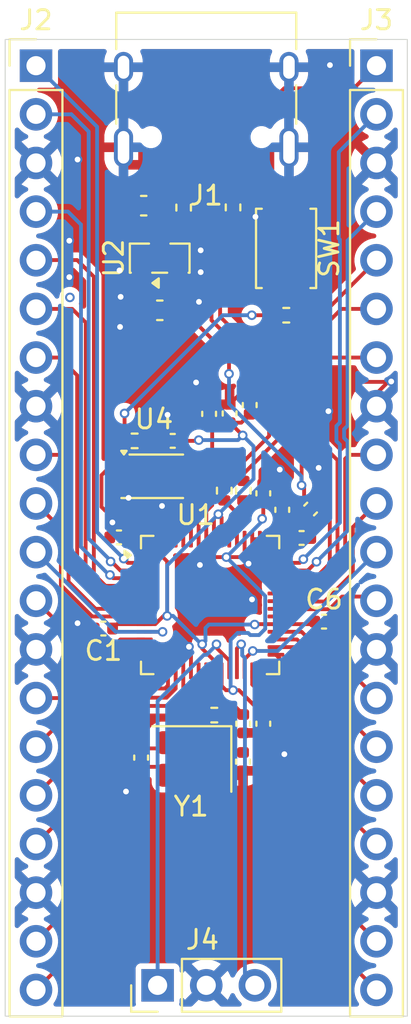
<source format=kicad_pcb>
(kicad_pcb (version 20241229) (generator "pcbnew") (generator_version "9.0")
  (layers (0 "F.Cu" signal) (2 "B.Cu" signal) (13 "F.Paste" user) (15 "B.Paste" user) (5 "F.SilkS" user "F.Silkscreen") (7 "B.SilkS" user "B.Silkscreen") (1 "F.Mask" user) (3 "B.Mask" user) (25 "Edge.Cuts" user))
  (net 0 "")
  (net 1 "+3V3")
  (net 2 "GND")
  (net 3 "+1V1")
  (net 4 "VBUS")
  (net 5 "XIN")
  (net 6 "Net-(C16-Pad2)")
  (net 7 "USB_D-")
  (net 8 "USB_D+")
  (net 9 "Net-(J1-CC1)")
  (net 10 "Net-(J1-CC2)")
  (net 11 "GPIO4")
  (net 12 "GPIO14")
  (net 13 "GPIO1")
  (net 14 "GPIO11")
  (net 15 "GPIO10")
  (net 16 "GPIO0")
  (net 17 "GPIO15")
  (net 18 "GPIO2")
  (net 19 "GPIO6")
  (net 20 "GPIO7")
  (net 21 "GPIO3")
  (net 22 "GPIO5")
  (net 23 "GPIO12")
  (net 24 "GPIO13")
  (net 25 "GPIO9")
  (net 26 "GPIO8")
  (net 27 "GPIO18")
  (net 28 "GPIO19")
  (net 29 "GPIO26_ADC0")
  (net 30 "GPIO24")
  (net 31 "GPIO27_ADC1")
  (net 32 "RUN")
  (net 33 "GPIO23")
  (net 34 "GPIO17")
  (net 35 "GPIO21")
  (net 36 "GPIO28_ADC2")
  (net 37 "GPIO16")
  (net 38 "GPIO22")
  (net 39 "GPIO20")
  (net 40 "GPIO29_ADC3")
  (net 41 "SWD")
  (net 42 "SWCLK")
  (net 43 "Net-(U1-USB_DP)")
  (net 44 "Net-(U1-USB_DM)")
  (net 45 "XOUT")
  (net 46 "QSPI_SS")
  (net 47 "Net-(R6-Pad1)")
  (net 48 "QSPI_SD3")
  (net 49 "QSPI_SCLK")
  (net 50 "QSPI_SD1")
  (net 51 "QSPI_SD2")
  (net 53 "QSPI_SD0")
  (footprint "Connector_PinHeader_2.54mm:PinHeader_1x20_P2.54mm_Vertical" (layer "F.Cu") (at 303.73 56.42)
    (property "Reference" "J2")
    (property "Value" "Conn_01x20_Pin" (hide yes))
  )
  (footprint "Capacitor_SMD:C_0402_1005Metric" (layer "F.Cu") (at 318.070589 79.569411 45)
    (property "Reference" "C9" (hide yes))
    (property "Value" "0.1uF" (hide yes))
  )
  (footprint "Capacitor_SMD:C_0402_1005Metric" (layer "F.Cu") (at 315.6 78.75 90)
    (property "Reference" "C11" (hide yes))
    (property "Value" "0.1uF" (hide yes))
  )
  (footprint "Capacitor_SMD:C_0402_1005Metric" (layer "F.Cu") (at 318.77 85.45)
    (property "Reference" "C6")
    (property "Value" "0.1uF" (hide yes))
  )
  (footprint "Capacitor_SMD:C_0402_1005Metric" (layer "F.Cu") (at 308.0625 81.05 180)
    (property "Reference" "C4" (hide yes))
    (property "Value" "0.1uF" (hide yes))
  )
  (footprint "Package_SON:Winbond_USON-8-1EP_3x2mm_P0.5mm_EP0.2x1.6mm" (layer "F.Cu") (at 309.8 77.86)
    (property "Reference" "U4")
    (property "Value" "W25Q16JVZPIQ TR" (hide yes))
  )
  (footprint "Capacitor_SMD:C_0402_1005Metric" (layer "F.Cu") (at 316.59 79.61 90)
    (property "Reference" "C8" (hide yes))
    (property "Value" "0.1uF" (hide yes))
  )
  (footprint "Capacitor_SMD:C_0402_1005Metric" (layer "F.Cu") (at 307.25 85.81 180)
    (property "Reference" "C1")
    (property "Value" "1uF" (hide yes))
  )
  (footprint "Capacitor_SMD:C_0402_1005Metric" (layer "F.Cu") (at 313.84 74.58 90)
    (property "Reference" "C7" (hide yes))
    (property "Value" "0.1uF" (hide yes))
  )
  (footprint "Capacitor_SMD:C_0402_1005Metric" (layer "F.Cu") (at 314.54 92.76 90)
    (property "Reference" "C16" (hide yes))
    (property "Value" "33pF" (hide yes))
  )
  (footprint "Capacitor_SMD:C_0402_1005Metric" (layer "F.Cu") (at 312.77 74.6 90)
    (property "Reference" "C12" (hide yes))
    (property "Value" "0.1uF" (hide yes))
  )
  (footprint "Resistor_SMD:R_0402_1005Metric" (layer "F.Cu") (at 313.04 90.33 180)
    (property "Reference" "R5" (hide yes))
    (property "Value" "1K" (hide yes))
  )
  (footprint "Crystal:Crystal_SMD_3225-4Pin_3.2x2.5mm" (layer "F.Cu") (at 311.87 92.62 180)
    (property "Reference" "Y1")
    (property "Value" "12MHz" (hide yes))
  )
  (footprint "Capacitor_SMD:C_0603_1608Metric" (layer "F.Cu") (at 309.355 63.73 180)
    (property "Reference" "C13" (hide yes))
    (property "Value" "10uF" (hide yes))
  )
  (footprint "Capacitor_SMD:C_0402_1005Metric" (layer "F.Cu") (at 315.6 90.78 -90)
    (property "Reference" "C10" (hide yes))
    (property "Value" "1uF" (hide yes))
  )
  (footprint "Capacitor_SMD:C_0402_1005Metric" (layer "F.Cu") (at 310.87 76.01 180)
    (property "Reference" "C17" (hide yes))
    (property "Value" "0.1uF" (hide yes))
  )
  (footprint "Capacitor_SMD:C_0603_1608Metric" (layer "F.Cu") (at 310.195 69.1925 180)
    (property "Reference" "C14" (hide yes))
    (property "Value" "10uF" (hide yes))
  )
  (footprint "Button_Switch_SMD:SW_Push_SPST_NO_Alps_SKRK" (layer "F.Cu") (at 316.79 65.96 -90)
    (property "Reference" "SW1")
    (property "Value" "SW_Push" (hide yes))
  )
  (footprint "Package_DFN_QFN:QFN-56-1EP_7x7mm_P0.4mm_EP3.2x3.2mm" (layer "F.Cu") (at 312.8225 84.58)
    (property "Reference" "U1")
    (property "Value" "RP2040" (hide yes))
  )
  (footprint "Resistor_SMD:R_0402_1005Metric" (layer "F.Cu") (at 316.8 69.45 180)
    (property "Reference" "R6" (hide yes))
    (property "Value" "1K")
  )
  (footprint "Resistor_SMD:R_0402_1005Metric" (layer "F.Cu") (at 311.44 63.83 -90)
    (property "Reference" "R1" (hide yes))
    (property "Value" "5.1K" (hide yes))
  )
  (footprint "Resistor_SMD:R_0402_1005Metric" (layer "F.Cu") (at 314.56 78.61 -90)
    (property "Reference" "R4" (hide yes))
    (property "Value" "27" (hide yes))
  )
  (footprint "Capacitor_SMD:C_0402_1005Metric" (layer "F.Cu") (at 314.55 90.78 -90)
    (property "Reference" "C3" (hide yes))
    (property "Value" "0.1uF" (hide yes))
  )
  (footprint "Connector_USB:USB_C_Receptacle_HRO_TYPE-C-31-M-12" (layer "F.Cu") (at 312.62 57.55 180)
    (property "Reference" "J1")
    (property "Value" "USB_C_Receptacle_USB2.0_14P" (hide yes))
  )
  (footprint "Capacitor_SMD:C_0402_1005Metric" (layer "F.Cu") (at 314.89 74.14 90)
    (property "Reference" "C2" (hide yes))
    (property "Value" "0.1uF" (hide yes))
  )
  (footprint "Connector_PinHeader_2.54mm:PinHeader_1x20_P2.54mm_Vertical" (layer "F.Cu") (at 321.51 56.42)
    (property "Reference" "J3")
    (property "Value" "Conn_01x20_Pin" (hide yes))
  )
  (footprint "Resistor_SMD:R_0402_1005Metric" (layer "F.Cu") (at 314.02 63.82 -90)
    (property "Reference" "R2" (hide yes))
    (property "Value" "5.1K" (hide yes))
  )
  (footprint "Resistor_SMD:R_0402_1005Metric" (layer "F.Cu") (at 313.56 78.61 -90)
    (property "Reference" "R3" (hide yes))
    (property "Value" "27" (hide yes))
  )
  (footprint "Package_TO_SOT_SMD:SOT-23" (layer "F.Cu") (at 310.19 66.47 90)
    (property "Reference" "U2")
    (property "Value" "MCP1700x-330xxTT" (hide yes))
  )
  (footprint "Resistor_SMD:R_0402_1005Metric" (layer "F.Cu") (at 308.88 76.01 180)
    (property "Reference" "R7" (hide yes))
    (property "Value" "10K" (hide yes))
  )
  (footprint "Connector_PinHeader_2.54mm:PinHeader_1x03_P2.54mm_Vertical" (layer "F.Cu") (at 310.08 104.44 90)
    (property "Reference" "J4")
    (property "Value" "Conn_01x03_Pin" (hide yes))
  )
  (footprint "Capacitor_SMD:C_0402_1005Metric" (layer "F.Cu") (at 309.22 92.55 -90)
    (property "Reference" "C15" (hide yes))
    (property "Value" "33pF" (hide yes))
  )
  (footprint "Capacitor_SMD:C_0402_1005Metric" (layer "F.Cu") (at 317.6 81.08)
    (property "Reference" "C5" (hide yes))
    (property "Value" "0.1uF" (hide yes))
  )
  (gr_rect (start 302.12 55.05) (end 323.12 106.05) (stroke (width 0.05)) (fill no) (layer "Edge.Cuts"))
  (via (at 305.5 68.52) (size 0.5) (drill 0.3) (layers "F.Cu" "B.Cu") (net 0))
  (segment (start 311.35 76.01) (end 310.739 75.399) (width 0.2) (layer "F.Cu") (net 1))
  (segment (start 316.26 85.58) (end 315.17 85.58) (width 0.2) (layer "F.Cu") (net 1))
  (segment (start 313.0225 87.4725) (end 313.0225 88.0175) (width 0.2) (layer "F.Cu") (net 1))
  (segment (start 308.5425 81.1375) (end 309.385 81.98) (width 0.2) (layer "F.Cu") (net 1))
  (segment (start 318.16 85.58) (end 318.29 85.45) (width 0.2) (layer "F.Cu") (net 1))
  (segment (start 312.931 88.989) (end 312.931 89.56) (width 0.2) (layer "F.Cu") (net 1))
  (segment (start 313.0225 88.8975) (end 312.931 88.989) (width 0.2) (layer "F.Cu") (net 1))
  (segment (start 312.931 89.56) (end 313.08 89.709) (width 0.2) (layer "F.Cu") (net 1))
  (segment (start 311.42 69.1925) (end 313.84375 71.61625) (width 0.2) (layer "F.Cu") (net 1))
  (segment (start 313.959 89.709) (end 314.55 90.3) (width 0.2) (layer "F.Cu") (net 1))
  (segment (start 310.58 85.15) (end 310.390768 85.15) (width 0.2) (layer "F.Cu") (net 1))
  (segment (start 310.97 69.1925) (end 311.42 69.1925) (width 0.2) (layer "F.Cu") (net 1))
  (segment (start 313.0225 81.1425) (end 313.0225 80.0675) (width 0.2) (layer "F.Cu") (net 1))
  (segment (start 316.26 81.98) (end 316.26 81.94) (width 0.2) (layer "F.Cu") (net 1))
  (segment (start 317.12 81.08) (end 317.12 80.52) (width 0.2) (layer "F.Cu") (net 1))
  (segment (start 309.385 85.58) (end 307.96 85.58) (width 0.2) (layer "F.Cu") (net 1))
  (segment (start 316.26 81.94) (end 317.12 81.08) (width 0.2) (layer "F.Cu") (net 1))
  (segment (start 317.731178 79.908822) (end 316.771178 79.908822) (width 0.2) (layer "F.Cu") (net 1))
  (segment (start 316.26 85.58) (end 318.16 85.58) (width 0.2) (layer "F.Cu") (net 1))
  (segment (start 315.17 85.58) (end 315.15 85.6) (width 0.2) (layer "F.Cu") (net 1))
  (segment (start 321.51 66.58) (end 317.6 70.49) (width 0.2) (layer "F.Cu") (net 1))
  (segment (start 311.225 77.11) (end 311.225 76.135) (width 0.2) (layer "F.Cu") (net 1))
  (segment (start 312.407824 86.630002) (end 312.407824 86.857824) (width 0.2) (layer "F.Cu") (net 1))
  (segment (start 310.001 75.399) (end 309.39 76.01) (width 0.2) (layer "F.Cu") (net 1))
  (segment (start 309.960768 85.58) (end 309.385 85.58) (width 0.2) (layer "F.Cu") (net 1))
  (segment (start 313.81 71.65) (end 313.81 72.51) (width 0.2) (layer "F.Cu") (net 1))
  (segment (start 313.08 89.709) (end 313.959 89.709) (width 0.2) (layer "F.Cu") (net 1))
  (segment (start 313.0225 88.0175) (end 313.0225 88.8975) (width 0.2) (layer "F.Cu") (net 1))
  (segment (start 311.14 67.4075) (end 311.14 69.0225) (width 0.2) (layer "F.Cu") (net 1))
  (segment (start 310.58 82.31) (end 310.58 85.15) (width 0.2) (layer "F.Cu") (net 1))
  (segment (start 317.731178 78.461178) (end 317.6 78.33) (width 0.2) (layer "F.Cu") (net 1))
  (segment (start 313.84375 71.61625) (end 315.5 73.2725) (width 0.2) (layer "F.Cu") (net 1))
  (segment (start 313.84375 71.61625) (end 313.81 71.65) (width 0.2) (layer "F.Cu") (net 1))
  (segment (start 317.731178 79.908822) (end 317.731178 78.461178) (width 0.2) (layer "F.Cu") (net 1))
  (segment (start 316.475 80.09) (end 315.4225 81.1425) (width 0.2) (layer "F.Cu") (net 1))
  (segment (start 314.45 75.06) (end 314.89 74.62) (width 0.2) (layer "F.Cu") (net 1))
  (segment (start 315.5 74.01) (end 314.89 74.62) (width 0.2) (layer "F.Cu") (net 1))
  (segment (start 310.25 81.98) (end 310.58 82.31) (width 0.2) (layer "F.Cu") (net 1))
  (segment (start 312.407824 86.857824) (end 313.0225 87.4725) (width 0.2) (layer "F.Cu") (net 1))
  (segment (start 316.59 80.09) (end 316.475 80.09) (width 0.2) (layer "F.Cu") (net 1))
  (segment (start 317.12 80.52) (end 317.731178 79.908822) (width 0.2) (layer "F.Cu") (net 1))
  (segment (start 311.14 69.0225) (end 310.97 69.1925) (width 0.2) (layer "F.Cu") (net 1))
  (segment (start 313.4225 80.0125) (end 313.25 79.84) (width 0.2) (layer "F.Cu") (net 1))
  (segment (start 315.4225 81.1425) (end 315.0225 81.1425) (width 0.2) (layer "F.Cu") (net 1))
  (segment (start 313.86 75.06) (end 313.84 75.06) (width 0.2) (layer "F.Cu") (net 1))
  (segment (start 312.19 76.01) (end 312.23 75.97) (width 0.2) (layer "F.Cu") (net 1))
  (segment (start 313.0225 80.0675) (end 313.25 79.84) (width 0.2) (layer "F.Cu") (net 1))
  (segment (start 311.35 76.01) (end 312.19 76.01) (width 0.2) (layer "F.Cu") (net 1))
  (segment (start 308.5425 81.05) (end 308.5425 81.1375) (width 0.2) (layer "F.Cu") (net 1))
  (segment (start 313.84 75.06) (end 314.45 75.06) (width 0.2) (layer "F.Cu") (net 1))
  (segment (start 314.525 75.725) (end 313.86 75.06) (width 0.2) (layer "F.Cu") (net 1))
  (segment (start 317.6 70.49) (end 317.6 78.33) (width 0.2) (layer "F.Cu") (net 1))
  (segment (start 310.739 75.399) (end 310.001 75.399) (width 0.2) (layer "F.Cu") (net 1))
  (segment (start 311.225 76.135) (end 311.35 76.01) (width 0.2) (layer "F.Cu") (net 1))
  (segment (start 310.390768 85.15) (end 309.960768 85.58) (width 0.2) (layer "F.Cu") (net 1))
  (segment (start 307.96 85.58) (end 307.73 85.81) (width 0.2) (layer "F.Cu") (net 1))
  (segment (start 309.385 81.98) (end 310.25 81.98) (width 0.2) (layer "F.Cu") (net 1))
  (segment (start 315.5 73.2725) (end 315.5 74.01) (width 0.2) (layer "F.Cu") (net 1))
  (segment (start 313.4225 81.1425) (end 313.4225 80.0125) (width 0.2) (layer "F.Cu") (net 1))
  (segment (start 316.771178 79.908822) (end 316.59 80.09) (width 0.2) (layer "F.Cu") (net 1))
  (via (at 314.525 75.725) (size 0.5) (drill 0.3) (layers "F.Cu" "B.Cu") (net 1))
  (via (at 312.407824 86.630002) (size 0.5) (drill 0.3) (layers "F.Cu" "B.Cu") (net 1))
  (via (at 310.58 85.15) (size 0.5) (drill 0.3) (layers "F.Cu" "B.Cu") (net 1))
  (via (at 317.6 78.33) (size 0.5) (drill 0.3) (layers "F.Cu" "B.Cu") (net 1))
  (via (at 315.15 85.6) (size 0.5) (drill 0.3) (layers "F.Cu" "B.Cu") (net 1))
  (via (at 312.23 75.97) (size 0.5) (drill 0.3) (layers "F.Cu" "B.Cu") (net 1))
  (via (at 313.81 72.51) (size 0.5) (drill 0.3) (layers "F.Cu" "B.Cu") (net 1))
  (via (at 313.25 79.84) (size 0.5) (drill 0.3) (layers "F.Cu" "B.Cu") (net 1))
  (segment (start 313.81 72.51) (end 313.81 74.08) (width 0.2) (layer "B.Cu") (net 1))
  (segment (start 314.28 75.97) (end 314.525 75.725) (width 0.2) (layer "B.Cu") (net 1))
  (segment (start 317.59 78.32) (end 317.6 78.33) (width 0.2) (layer "B.Cu") (net 1))
  (segment (start 312.369234 86.630002) (end 310.889232 85.15) (width 0.2) (layer "B.Cu") (net 1))
  (segment (start 313.25 79.84) (end 310.58 82.51) (width 0.2) (layer "B.Cu") (net 1))
  (segment (start 312.58 86.457826) (end 312.58 85.78) (width 0.2) (layer "B.Cu") (net 1))
  (segment (start 312.76 85.6) (end 315.15 85.6) (width 0.2) (layer "B.Cu") (net 1))
  (segment (start 312.58 85.78) (end 312.76 85.6) (width 0.2) (layer "B.Cu") (net 1))
  (segment (start 315.09 78) (end 313.25 79.84) (width 0.2) (layer "B.Cu") (net 1))
  (segment (start 313.81 74.08) (end 317.59 77.86) (width 0.2) (layer "B.Cu") (net 1))
  (segment (start 315.09 76.29) (end 315.09 78) (width 0.2) (layer "B.Cu") (net 1))
  (segment (start 317.59 77.86) (end 317.59 78.32) (width 0.2) (layer "B.Cu") (net 1))
  (segment (start 312.407824 86.630002) (end 312.369234 86.630002) (width 0.2) (layer "B.Cu") (net 1))
  (segment (start 310.889232 85.15) (end 310.58 85.15) (width 0.2) (layer "B.Cu") (net 1))
  (segment (start 312.407824 86.630002) (end 312.58 86.457826) (width 0.2) (layer "B.Cu") (net 1))
  (segment (start 310.58 82.51) (end 310.58 85.15) (width 0.2) (layer "B.Cu") (net 1))
  (segment (start 312.23 75.97) (end 314.28 75.97) (width 0.2) (layer "B.Cu") (net 1))
  (segment (start 314.525 75.725) (end 315.09 76.29) (width 0.2) (layer "B.Cu") (net 1))
  (segment (start 315.87 61.595) (end 315.87 62.94) (width 0.2) (layer "F.Cu") (net 2))
  (segment (start 314.31 93.47) (end 314.54 93.24) (width 0.2) (layer "F.Cu") (net 2))
  (segment (start 316.37 63.86) (end 316.79 63.86) (width 0.2) (layer "F.Cu") (net 2))
  (segment (start 310.47 92.07) (end 310.77 91.77) (width 0.2) (layer "F.Cu") (net 2))
  (segment (start 316.59 79.13) (end 316.59 77.64) (width 0.2) (layer "F.Cu") (net 2))
  (segment (start 312.77 74.12) (end 312.77 73.64) (width 0.2) (layer "F.Cu") (net 2))
  (segment (start 308.563166 78.986834) (end 308.563166 78.863166) (width 0.2) (layer "F.Cu") (net 2))
  (segment (start 310.39 79.33) (end 310.31 79.41) (width 0.2) (layer "F.Cu") (net 2))
  (segment (start 312.97 93.47) (end 314.31 93.47) (width 0.2) (layer "F.Cu") (net 2))
  (segment (start 318.41 77.5) (end 318.49 77.42) (width 0.2) (layer "F.Cu") (net 2))
  (segment (start 318.97 56.5) (end 319.08 56.39) (width 0.2) (layer "F.Cu") (net 2))
  (segment (start 322.28 72.91) (end 322.26 72.93) (width 0.2) (layer "F.Cu") (net 2))
  (segment (start 307.5825 81.05) (end 307.5825 80.405482) (width 0.2) (layer "F.Cu") (net 2))
  (segment (start 320.06 85.45) (end 321.51 86.9) (width 0.2) (layer "F.Cu") (net 2))
  (segment (start 315.19 64.31) (end 315.92 64.31) (width 0.2) (layer "F.Cu") (net 2))
  (segment (start 318.41 80.75) (end 318.41 79.23) (width 0.2) (layer "F.Cu") (net 2))
  (segment (start 312.77 73.64) (end 312.09 72.96) (width 0.2) (layer "F.Cu") (net 2))
  (segment (start 315.87 62.94) (end 316.79 63.86) (width 0.2) (layer "F.Cu") (net 2))
  (segment (start 319.25 85.45) (end 320.06 85.45) (width 0.2) (layer "F.Cu") (net 2))
  (segment (start 318.41 79.23) (end 318.41 77.5) (width 0.2) (layer "F.Cu") (net 2))
  (segment (start 309.22 92.07) (end 310.47 92.07) (width 0.2) (layer "F.Cu") (net 2))
  (segment (start 315.19 64.31) (end 314.04 64.31) (width 0.2) (layer "F.Cu") (net 2))
  (segment (start 319.2 74.46) (end 319 74.46) (width 0.2) (layer "F.Cu") (net 2))
  (segment (start 313.82 74.12) (end 313.84 74.1) (width 0.2) (layer "F.Cu") (net 2))
  (segment (start 315.6 91.26) (end 315.6 91.27) (width 0.2) (layer "F.Cu") (net 2))
  (segment (start 308.563166 78.863166) (end 308.375 78.675) (width 0.2) (layer "F.Cu") (net 2))
  (segment (start 311.44 65.17) (end 312.33 66.06) (width 0.2) (layer "F.Cu") (net 2))
  (segment (start 314.89 73.66) (end 314.28 73.66) (width 0.2) (layer "F.Cu") (net 2))
  (segment (start 320.73 72.93) (end 319.2 74.46) (width 0.2) (layer "F.Cu") (net 2))
  (segment (start 316.94 56.5) (end 318.97 56.5) (width 0.2) (layer "F.Cu") (net 2))
  (segment (start 314.55 91.26) (end 315.6 91.26) (width 0.2) (layer "F.Cu") (net 2))
  (segment (start 322.14 72.91) (end 321.51 73.54) (width 0.2) (layer "F.Cu") (net 2))
  (segment (start 311.44 64.34) (end 311.44 65.17) (width 0.2) (layer "F.Cu") (net 2))
  (segment (start 310.39 76.01) (end 310.39 79.33) (width 0.2) (layer "F.Cu") (net 2))
  (segment (start 314.28 73.66) (end 313.84 74.1) (width 0.2) (layer "F.Cu") (net 2))
  (segment (start 314.72 84.58) (end 315.01 84.29) (width 0.2) (layer "F.Cu") (net 2))
  (segment (start 316.59 77.64) (end 316.46 77.51) (width 0.2) (layer "F.Cu") (net 2))
  (segment (start 311.8225 86.8625) (end 311.72 86.76) (width 0.2) (layer "F.Cu") (net 2))
  (segment (start 312.77 74.12) (end 313.82 74.12) (width 0.2) (layer "F.Cu") (net 2))
  (segment (start 308.375 78.675) (end 308.375 78.61) (width 0.2) (layer "F.Cu") (net 2))
  (segment (start 312.8225 84.58) (end 314.72 84.58) (width 0.2) (layer "F.Cu") (net 2))
  (segment (start 321.51 73.54) (end 321.51 74.2) (width 0.2) (layer "F.Cu") (net 2))
  (segment (start 322.28 72.91) (end 322.14 72.91) (width 0.2) (layer "F.Cu") (net 2))
  (segment (start 318.08 81.08) (end 318.41 80.75) (width 0.2) (layer "F.Cu") (net 2))
  (segment (start 315.6 91.27) (end 316.7 92.37) (width 0.2) (layer "F.Cu") (net 2))
  (segment (start 306.77 85.81) (end 306.18 85.81) (width 0.2) (layer "F.Cu") (net 2))
  (segment (start 306.18 85.81) (end 305.9 85.53) (width 0.2) (layer "F.Cu") (net 2))
  (segment (start 311.8225 88.0175) (end 311.8225 86.8625) (width 0.2) (layer "F.Cu") (net 2))
  (segment (start 314.04 64.31) (end 314.02 64.33) (width 0.2) (layer "F.Cu") (net 2))
  (segment (start 315.92 64.31) (end 316.37 63.86) (width 0.2) (layer "F.Cu") (net 2))
  (segment (start 322.26 72.93) (end 320.73 72.93) (width 0.2) (layer "F.Cu") (net 2))
  (segment (start 307.5825 80.405482) (end 307.720082 80.2679) (width 0.2) (layer "F.Cu") (net 2))
  (via (at 311.72 86.76) (size 0.5) (drill 0.3) (layers "F.Cu" "B.Cu") (net 2))
  (via (at 305.47 65.56) (size 0.5) (drill 0.3) (layers "F.Cu" "B.Cu") (net 2))
  (via (at 305.47 67.46) (size 0.5) (drill 0.3) (layers "F.Cu" "B.Cu") (net 2))
  (via (at 308.15 68.49) (size 0.5) (drill 0.3) (layers "F.Cu" "B.Cu") (net 2))
  (via (at 319 74.46) (size 0.5) (drill 0.3) (layers "F.Cu" "B.Cu") (net 2))
  (via (at 308.43 94.32) (size 0.5) (drill 0.3) (layers "F.Cu" "B.Cu") (net 2))
  (via (at 315.19 64.31) (size 0.5) (drill 0.3) (layers "F.Cu" "B.Cu") (net 2))
  (via (at 305.9 61.32) (size 0.5) (drill 0.3) (layers "F.Cu" "B.Cu") (net 2))
  (via (at 312.33 67.2) (size 0.5) (drill 0.3) (layers "F.Cu" "B.Cu") (net 2))
  (via (at 310.31 79.41) (size 0.5) (drill 0.3) (layers "F.Cu" "B.Cu") (net 2))
  (via (at 322.28 72.91) (size 0.5) (drill 0.3) (layers "F.Cu" "B.Cu") (net 2))
  (via (at 312.24 68.75) (size 0.5) (drill 0.3) (layers "F.Cu" "B.Cu") (net 2))
  (via (at 312.29 82.49) (size 0.5) (drill 0.3) (layers "F.Cu" "B.Cu") (net 2))
  (via (at 312.33 66.06) (size 0.5) (drill 0.3) (layers "F.Cu" "B.Cu") (net 2))
  (via (at 318.49 77.42) (size 0.5) (drill 0.3) (layers "F.Cu" "B.Cu") (net 2))
  (via (at 312.09 72.96) (size 0.5) (drill 0.3) (layers "F.Cu" "B.Cu") (net 2))
  (via (at 319.08 56.39) (size 0.5) (drill 0.3) (layers "F.Cu" "B.Cu") (net 2))
  (via (at 316.7 92.37) (size 0.5) (drill 0.3) (layers "F.Cu" "B.Cu") (net 2))
  (via (at 316.46 77.51) (size 0.5) (drill 0.3) (layers "F.Cu" "B.Cu") (net 2))
  (via (at 314.83 82.42) (size 0.5) (drill 0.3) (layers "F.Cu" "B.Cu") (net 2))
  (via (at 305.9 85.53) (size 0.5) (drill 0.3) (layers "F.Cu" "B.Cu") (net 2))
  (via (at 310.6 74.65) (size 0.5) (drill 0.3) (layers "F.Cu" "B.Cu") (net 2))
  (via (at 307.720082 80.2679) (size 0.5) (drill 0.3) (layers "F.Cu" "B.Cu") (net 2))
  (via (at 315.01 84.29) (size 0.5) (drill 0.3) (layers "F.Cu" "B.Cu") (net 2))
  (via (at 308.09 67.11) (size 0.5) (drill 0.3) (layers "F.Cu" "B.Cu") (net 2))
  (via (at 308.12 70.06) (size 0.5) (drill 0.3) (layers "F.Cu" "B.Cu") (net 2))
  (via (at 308.563166 78.986834) (size 0.5) (drill 0.3) (layers "F.Cu" "B.Cu") (net 2))
  (segment (start 318.49 77.42) (end 318.95 76.96) (width 0.2) (layer "B.Cu") (net 2))
  (segment (start 318.95 76.96) (end 318.95 74.51) (width 0.2) (layer "B.Cu") (net 2))
  (segment (start 305.47 67.46) (end 305.47 65.56) (width 0.2) (layer "B.Cu") (net 2))
  (segment (start 318.95 74.51) (end 319 74.46) (width 0.2) (layer "B.Cu") (net 2))
  (segment (start 312.6225 79.6775) (end 312.931 79.369) (width 0.2) (layer "F.Cu") (net 3))
  (segment (start 312.6225 81.1425) (end 312.6225 81.8525) (width 0.2) (layer "F.Cu") (net 3))
  (segment (start 314.33 89.03) (end 315.6 90.3) (width 0.2) (layer "F.Cu") (net 3))
  (segment (start 313.67 82.08) (end 314.37 82.08) (width 0.2) (layer "F.Cu") (net 3))
  (segment (start 312.85 82.08) (end 313.67 82.08) (width 0.2) (layer "F.Cu") (net 3))
  (segment (start 312.931 75.241) (end 312.77 75.08) (width 0.2) (layer "F.Cu") (net 3))
  (segment (start 312.6225 81.8525) (end 312.85 82.08) (width 0.2) (layer "F.Cu") (net 3))
  (segment (start 313.65 89.03) (end 313.4225 88.8025) (width 0.2) (layer "F.Cu") (net 3))
  (segment (start 314.02 89.03) (end 314.33 89.03) (width 0.2) (layer "F.Cu") (net 3))
  (segment (start 312.931 79.369) (end 312.931 75.241) (width 0.2) (layer "F.Cu") (net 3))
  (segment (start 312.6225 81.1425) (end 312.6225 79.6775) (width 0.2) (layer "F.Cu") (net 3))
  (segment (start 314.37 82.08) (end 314.6225 81.8275) (width 0.2) (layer "F.Cu") (net 3))
  (segment (start 315.6 80.02) (end 315.54 80.08) (width 0.2) (layer "F.Cu") (net 3))
  (segment (start 313.4225 88.8025) (end 313.4225 88.0175) (width 0.2) (layer "F.Cu") (net 3))
  (segment (start 314.6225 81.8275) (end 314.6225 81.1425) (width 0.2) (layer "F.Cu") (net 3))
  (segment (start 315.6 79.23) (end 315.6 80.02) (width 0.2) (layer "F.Cu") (net 3))
  (segment (start 314.02 89.03) (end 313.65 89.03) (width 0.2) (layer "F.Cu") (net 3))
  (via (at 313.67 82.08) (size 0.5) (drill 0.3) (layers "F.Cu" "B.Cu") (net 3))
  (via (at 314.02 89.03) (size 0.5) (drill 0.3) (layers "F.Cu" "B.Cu") (net 3))
  (via (at 315.54 80.08) (size 0.5) (drill 0.3) (layers "F.Cu" "B.Cu") (net 3))
  (segment (start 315.54 80.21) (end 315.54 80.08) (width 0.2) (layer "B.Cu") (net 3))
  (segment (start 313.67 82.08) (end 315.54 80.21) (width 0.2) (layer "B.Cu") (net 3))
  (segment (start 313.893079 86.401252) (end 314.254331 86.04) (width 0.2) (layer "B.Cu") (net 3))
  (segment (start 313.893079 88.903079) (end 313.893079 86.401252) (width 0.2) (layer "B.Cu") (net 3))
  (segment (start 315.701 85.828232) (end 315.701 84.111) (width 0.2) (layer "B.Cu") (net 3))
  (segment (start 315.701 84.111) (end 313.67 82.08) (width 0.2) (layer "B.Cu") (net 3))
  (segment (start 314.810768 86.04) (end 314.921768 86.151) (width 0.2) (layer "B.Cu") (net 3))
  (segment (start 315.378232 86.151) (end 315.701 85.828232) (width 0.2) (layer "B.Cu") (net 3))
  (segment (start 314.254331 86.04) (end 314.810768 86.04) (width 0.2) (layer "B.Cu") (net 3))
  (segment (start 314.921768 86.151) (end 315.378232 86.151) (width 0.2) (layer "B.Cu") (net 3))
  (segment (start 314.02 89.03) (end 313.893079 88.903079) (width 0.2) (layer "B.Cu") (net 3))
  (segment (start 310.13 63.66) (end 310.17 63.62) (width 0.2) (layer "F.Cu") (net 4))
  (segment (start 321.51 56.42) (end 320.329 57.601) (width 0.2) (layer "F.Cu") (net 4))
  (segment (start 320.329 57.601) (end 316.689 57.601) (width 0.2) (layer "F.Cu") (net 4))
  (segment (start 310.19 65.5325) (end 310.19 63.79) (width 0.2) (layer "F.Cu") (net 4))
  (segment (start 314.834 61.359) (end 315.07 61.595) (width 0.2) (layer "F.Cu") (net 4))
  (segment (start 310.17 61.595) (end 310.17 60.67) (width 0.2) (layer "F.Cu") (net 4))
  (segment (start 310.17 60.67) (end 311 59.84) (width 0.2) (layer "F.Cu") (net 4))
  (segment (start 311 59.84) (end 314.45 59.84) (width 0.2) (layer "F.Cu") (net 4))
  (segment (start 314.834 60.224) (end 314.834 61.359) (width 0.2) (layer "F.Cu") (net 4))
  (segment (start 314.45 59.84) (end 314.834 60.224) (width 0.2) (layer "F.Cu") (net 4))
  (segment (start 310.13 63.73) (end 310.13 63.66) (width 0.2) (layer "F.Cu") (net 4))
  (segment (start 310.19 63.79) (end 310.13 63.73) (width 0.2) (layer "F.Cu") (net 4))
  (segment (start 310.17 63.62) (end 310.17 61.595) (width 0.2) (layer "F.Cu") (net 4))
  (segment (start 316.689 57.601) (end 314.45 59.84) (width 0.2) (layer "F.Cu") (net 4))
  (segment (start 309.22 93.03) (end 310.33 93.03) (width 0.2) (layer "F.Cu") (net 5))
  (segment (start 310.33 93.03) (end 310.77 93.47) (width 0.2) (layer "F.Cu") (net 5))
  (segment (start 311.959 88.816274) (end 312.2225 88.552774) (width 0.2) (layer "F.Cu") (net 5))
  (segment (start 312.2225 88.552774) (end 312.2225 88.0175) (width 0.2) (layer "F.Cu") (net 5))
  (segment (start 310.77 93.47) (end 311.959 92.281) (width 0.2) (layer "F.Cu") (net 5))
  (segment (start 311.959 92.281) (end 311.959 88.816274) (width 0.2) (layer "F.Cu") (net 5))
  (segment (start 312.97 90.91) (end 313.55 90.33) (width 0.2) (layer "F.Cu") (net 6))
  (segment (start 312.97 91.77) (end 312.97 90.91) (width 0.2) (layer "F.Cu") (net 6))
  (segment (start 313.48 92.28) (end 312.97 91.77) (width 0.2) (layer "F.Cu") (net 6))
  (segment (start 314.54 92.28) (end 313.48 92.28) (width 0.2) (layer "F.Cu") (net 6))
  (segment (start 313.345 69.526802) (end 315.328997 71.510799) (width 0.2) (layer "F.Cu") (net 7))
  (segment (start 316.355 75.941397) (end 314.56 77.736397) (width 0.2) (layer "F.Cu") (net 7))
  (segment (start 313.37 60.67) (end 313.37 61.595) (width 0.2) (layer "F.Cu") (net 7))
  (segment (start 313.345 62.707501) (end 313.345 65.595199) (width 0.2) (layer "F.Cu") (net 7))
  (segment (start 312.419 60.569) (end 313.269 60.569) (width 0.2) (layer "F.Cu") (net 7))
  (segment (start 313.37 61.595) (end 313.37 62.682501) (width 0.2) (layer "F.Cu") (net 7))
  (segment (start 313.269 60.569) (end 313.37 60.67) (width 0.2) (layer "F.Cu") (net 7))
  (segment (start 313.37 62.682501) (end 313.345 62.707501) (width 0.2) (layer "F.Cu") (net 7))
  (segment (start 312.37 60.618) (end 312.419 60.569) (width 0.2) (layer "F.Cu") (net 7))
  (segment (start 312.37 61.595) (end 312.37 60.618) (width 0.2) (layer "F.Cu") (net 7))
  (segment (start 313.345 66.421447) (end 313.345 66.795199) (width 0.2) (layer "F.Cu") (net 7))
  (segment (start 314.56 77.736397) (end 314.56 78.1) (width 0.2) (layer "F.Cu") (net 7))
  (segment (start 313.571248 65.821447) (end 313.571248 66.195199) (width 0.2) (layer "F.Cu") (net 7))
  (segment (start 315.328997 71.510799) (end 316.355 72.536802) (width 0.2) (layer "F.Cu") (net 7))
  (segment (start 316.355 72.536802) (end 316.355 75.941397) (width 0.2) (layer "F.Cu") (net 7))
  (segment (start 313.345 66.795199) (end 313.345 69.526802) (width 0.2) (layer "F.Cu") (net 7))
  (arc (start 313.345 65.595199) (mid 313.378133 65.67519) (end 313.458124 65.708323) (width 0.2) (layer "F.Cu") (net 7))
  (arc (start 313.571248 66.195199) (mid 313.538115 66.27519) (end 313.458124 66.308323) (width 0.2) (layer "F.Cu") (net 7))
  (arc (start 313.458124 66.308323) (mid 313.378133 66.341456) (end 313.345 66.421447) (width 0.2) (layer "F.Cu") (net 7))
  (arc (start 313.458124 65.708323) (mid 313.538115 65.741456) (end 313.571248 65.821447) (width 0.2) (layer "F.Cu") (net 7))
  (segment (start 312.87 62.572) (end 312.87 61.595) (width 0.2) (layer "F.Cu") (net 8))
  (segment (start 312.895 62.707501) (end 312.895 69.713198) (width 0.2) (layer "F.Cu") (net 8))
  (segment (start 311.87 61.595) (end 311.87 62.572) (width 0.2) (layer "F.Cu") (net 8))
  (segment (start 311.87 62.572) (end 311.919 62.621) (width 0.2) (layer "F.Cu") (net 8))
  (segment (start 315.905 72.723198) (end 315.905 75.755) (width 0.2) (layer "F.Cu") (net 8))
  (segment (start 312.895 69.713198) (end 315.905 72.723198) (width 0.2) (layer "F.Cu") (net 8))
  (segment (start 312.87 61.595) (end 312.87 62.682501) (width 0.2) (layer "F.Cu") (net 8))
  (segment (start 315.905 75.755) (end 313.56 78.1) (width 0.2) (layer "F.Cu") (net 8))
  (segment (start 312.87 62.682501) (end 312.895 62.707501) (width 0.2) (layer "F.Cu") (net 8))
  (segment (start 312.821 62.621) (end 312.87 62.572) (width 0.2) (layer "F.Cu") (net 8))
  (segment (start 311.919 62.621) (end 312.821 62.621) (width 0.2) (layer "F.Cu") (net 8))
  (segment (start 313.87 63.16) (end 313.87 61.595) (width 0.2) (layer "F.Cu") (net 9))
  (segment (start 314.02 63.31) (end 313.87 63.16) (width 0.2) (layer "F.Cu") (net 9))
  (segment (start 310.87 62.75) (end 310.87 61.595) (width 0.2) (layer "F.Cu") (net 10))
  (segment (start 311.44 63.32) (end 310.87 62.75) (width 0.2) (layer "F.Cu") (net 10))
  (segment (start 306.32 83.11) (end 306.32 77.05) (width 0.2) (layer "F.Cu") (net 11))
  (segment (start 306.32 77.05) (end 306.33 77.04) (width 0.2) (layer "F.Cu") (net 11))
  (segment (start 305.62 69.12) (end 303.73 69.12) (width 0.2) (layer "F.Cu") (net 11))
  (segment (start 306.33 77.04) (end 306.33 69.83) (width 0.2) (layer "F.Cu") (net 11))
  (segment (start 307.19 83.98) (end 306.32 83.11) (width 0.2) (layer "F.Cu") (net 11))
  (segment (start 309.385 83.98) (end 307.19 83.98) (width 0.2) (layer "F.Cu") (net 11))
  (segment (start 306.33 69.83) (end 305.62 69.12) (width 0.2) (layer "F.Cu") (net 11))
  (segment (start 310.55 89.42) (end 308.13 89.42) (width 0.2) (layer "F.Cu") (net 12))
  (segment (start 306.88455 98.98545) (end 303.73 102.14) (width 0.2) (layer "F.Cu") (net 12))
  (segment (start 311.0225 88.0175) (end 311.0225 88.9475) (width 0.2) (layer "F.Cu") (net 12))
  (segment (start 311.0225 88.9475) (end 310.55 89.42) (width 0.2) (layer "F.Cu") (net 12))
  (segment (start 306.88455 90.66545) (end 306.88455 98.98545) (width 0.2) (layer "F.Cu") (net 12))
  (segment (start 308.13 89.42) (end 306.88455 90.66545) (width 0.2) (layer "F.Cu") (net 12))
  (segment (start 308.14 82.78) (end 309.385 82.78) (width 0.2) (layer "F.Cu") (net 13))
  (segment (start 307.626689 82.311954) (end 307.671954 82.311954) (width 0.2) (layer "F.Cu") (net 13))
  (segment (start 307.671954 82.311954) (end 308.14 82.78) (width 0.2) (layer "F.Cu") (net 13))
  (via (at 307.626689 82.311954) (size 0.5) (drill 0.3) (layers "F.Cu" "B.Cu") (net 13))
  (segment (start 305.56 58.96) (end 303.73 58.96) (width 0.2) (layer "B.Cu") (net 13))
  (segment (start 305.57 58.95) (end 305.56 58.96) (width 0.2) (layer "B.Cu") (net 13))
  (segment (start 307.626689 82.266689) (end 306.48 81.12) (width 0.2) (layer "B.Cu") (net 13))
  (segment (start 306.48 81.12) (end 306.48 59.86) (width 0.2) (layer "B.Cu") (net 13))
  (segment (start 306.48 59.86) (end 305.57 58.95) (width 0.2) (layer "B.Cu") (net 13))
  (segment (start 307.626689 82.311954) (end 307.626689 82.266689) (width 0.2) (layer "B.Cu") (net 13))
  (segment (start 309.385 87.18) (end 308.53 87.18) (width 0.2) (layer "F.Cu") (net 14))
  (segment (start 308.53 87.18) (end 303.73 91.98) (width 0.2) (layer "F.Cu") (net 14))
  (segment (start 305.67 89.44) (end 303.73 89.44) (width 0.2) (layer "F.Cu") (net 15))
  (segment (start 309.385 86.78) (end 308.33 86.78) (width 0.2) (layer "F.Cu") (net 15))
  (segment (start 308.33 86.78) (end 305.67 89.44) (width 0.2) (layer "F.Cu") (net 15))
  (segment (start 308.53 82.38) (end 308.31 82.16) (width 0.2) (layer "F.Cu") (net 16))
  (segment (start 309.385 82.38) (end 308.53 82.38) (width 0.2) (layer "F.Cu") (net 16))
  (via (at 308.31 82.16) (size 0.5) (drill 0.3) (layers "F.Cu" "B.Cu") (net 16))
  (segment (start 306.92 59.61) (end 303.73 56.42) (width 0.2) (layer "B.Cu") (net 16))
  (segment (start 308.31 82.16) (end 306.92 80.77) (width 0.2) (layer "B.Cu") (net 16))
  (segment (start 306.92 80.77) (end 306.92 59.61) (width 0.2) (layer "B.Cu") (net 16))
  (segment (start 307.29855 101.11145) (end 303.73 104.68) (width 0.2) (layer "F.Cu") (net 17))
  (segment (start 311.4225 89.1275) (end 310.7 89.85) (width 0.2) (layer "F.Cu") (net 17))
  (segment (start 308.2671 89.85) (end 307.29855 90.81855) (width 0.2) (layer "F.Cu") (net 17))
  (segment (start 311.4225 88.0175) (end 311.4225 89.1275) (width 0.2) (layer "F.Cu") (net 17))
  (segment (start 310.7 89.85) (end 308.2671 89.85) (width 0.2) (layer "F.Cu") (net 17))
  (segment (start 307.29855 90.81855) (end 307.29855 101.11145) (width 0.2) (layer "F.Cu") (net 17))
  (segment (start 309.385 83.18) (end 307.762181 83.18) (width 0.2) (layer "F.Cu") (net 18))
  (segment (start 307.762181 83.18) (end 307.593341 83.01116) (width 0.2) (layer "F.Cu") (net 18))
  (via (at 307.593341 83.01116) (size 0.5) (drill 0.3) (layers "F.Cu" "B.Cu") (net 18))
  (segment (start 305.4 64.04) (end 303.73 64.04) (width 0.2) (layer "B.Cu") (net 18))
  (segment (start 306.07 64.71) (end 305.4 64.04) (width 0.2) (layer "B.Cu") (net 18))
  (segment (start 307.593341 83.01116) (end 307.546663 83.01116) (width 0.2) (layer "B.Cu") (net 18))
  (segment (start 306.079 64.71) (end 306.07 64.71) (width 0.2) (layer "B.Cu") (net 18))
  (segment (start 307.546663 83.01116) (end 306.079 81.543497) (width 0.2) (layer "B.Cu") (net 18))
  (segment (start 306.079 81.543497) (end 306.079 64.71) (width 0.2) (layer "B.Cu") (net 18))
  (segment (start 305.09 76.74) (end 303.73 76.74) (width 0.2) (layer "F.Cu") (net 19))
  (segment (start 309.385 84.78) (end 306.84 84.78) (width 0.2) (layer "F.Cu") (net 19))
  (segment (start 305.43 77.08) (end 305.09 76.74) (width 0.2) (layer "F.Cu") (net 19))
  (segment (start 305.43 83.37) (end 305.43 77.08) (width 0.2) (layer "F.Cu") (net 19))
  (segment (start 306.84 84.78) (end 305.43 83.37) (width 0.2) (layer "F.Cu") (net 19))
  (segment (start 305.029 80.579) (end 303.73 79.28) (width 0.2) (layer "F.Cu") (net 20))
  (segment (start 306.67 85.18) (end 305.029 83.539) (width 0.2) (layer "F.Cu") (net 20))
  (segment (start 309.385 85.18) (end 306.67 85.18) (width 0.2) (layer "F.Cu") (net 20))
  (segment (start 305.029 83.539) (end 305.029 80.579) (width 0.2) (layer "F.Cu") (net 20))
  (segment (start 305.88 66.57) (end 303.74 66.57) (width 0.2) (layer "F.Cu") (net 21))
  (segment (start 309.385 83.58) (end 307.36 83.58) (width 0.2) (layer "F.Cu") (net 21))
  (segment (start 306.75 67.44) (end 305.88 66.57) (width 0.2) (layer "F.Cu") (net 21))
  (segment (start 306.75 82.97) (end 306.75 67.44) (width 0.2) (layer "F.Cu") (net 21))
  (segment (start 303.74 66.57) (end 303.73 66.58) (width 0.2) (layer "F.Cu") (net 21))
  (segment (start 307.36 83.58) (end 306.75 82.97) (width 0.2) (layer "F.Cu") (net 21))
  (segment (start 307.02 84.38) (end 305.88 83.24) (width 0.2) (layer "F.Cu") (net 22))
  (segment (start 304.95 71.66) (end 303.73 71.66) (width 0.2) (layer "F.Cu") (net 22))
  (segment (start 305.88 83.24) (end 305.88 72.59) (width 0.2) (layer "F.Cu") (net 22))
  (segment (start 305.88 72.59) (end 304.95 71.66) (width 0.2) (layer "F.Cu") (net 22))
  (segment (start 309.385 84.38) (end 307.02 84.38) (width 0.2) (layer "F.Cu") (net 22))
  (segment (start 305.89 90.42) (end 305.89 92.36) (width 0.2) (layer "F.Cu") (net 23))
  (segment (start 305.89 92.36) (end 303.73 94.52) (width 0.2) (layer "F.Cu") (net 23))
  (segment (start 308.2925 88.0175) (end 305.89 90.42) (width 0.2) (layer "F.Cu") (net 23))
  (segment (start 310.2225 88.0175) (end 308.2925 88.0175) (width 0.2) (layer "F.Cu") (net 23))
  (segment (start 310.6225 88.7775) (end 310.46 88.94) (width 0.2) (layer "F.Cu") (net 24))
  (segment (start 307.9371 88.94) (end 306.48355 90.39355) (width 0.2) (layer "F.Cu") (net 24))
  (segment (start 310.6225 88.0175) (end 310.6225 88.7775) (width 0.2) (layer "F.Cu") (net 24))
  (segment (start 306.48355 90.39355) (end 306.48355 94.30645) (width 0.2) (layer "F.Cu") (net 24))
  (segment (start 310.46 88.94) (end 307.9371 88.94) (width 0.2) (layer "F.Cu") (net 24))
  (segment (start 306.48355 94.30645) (end 303.73 97.06) (width 0.2) (layer "F.Cu") (net 24))
  (segment (start 308.14 86.38) (end 307.57 86.95) (width 0.2) (layer "F.Cu") (net 25))
  (segment (start 306.32 86.95) (end 303.73 84.36) (width 0.2) (layer "F.Cu") (net 25))
  (segment (start 309.385 86.38) (end 308.14 86.38) (width 0.2) (layer "F.Cu") (net 25))
  (segment (start 307.57 86.95) (end 306.32 86.95) (width 0.2) (layer "F.Cu") (net 25))
  (segment (start 309.385 85.98) (end 310.34 85.98) (width 0.2) (layer "F.Cu") (net 26))
  (via (at 310.34 85.98) (size 0.5) (drill 0.3) (layers "F.Cu" "B.Cu") (net 26))
  (segment (start 310.34 85.98) (end 307.89 85.98) (width 0.2) (layer "B.Cu") (net 26))
  (segment (start 307.89 85.98) (end 303.73 81.82) (width 0.2) (layer "B.Cu") (net 26))
  (segment (start 316.26 87.18) (end 316.56 87.48) (width 0.2) (layer "F.Cu") (net 27))
  (segment (start 318.68 87.7) (end 318.68 94.23) (width 0.2) (layer "F.Cu") (net 27))
  (segment (start 318.68 94.23) (end 321.51 97.06) (width 0.2) (layer "F.Cu") (net 27))
  (segment (start 318.46 87.48) (end 318.68 87.7) (width 0.2) (layer "F.Cu") (net 27))
  (segment (start 316.56 87.48) (end 318.46 87.48) (width 0.2) (layer "F.Cu") (net 27))
  (segment (start 319.128 87.148) (end 319.128 92.138) (width 0.2) (layer "F.Cu") (net 28))
  (segment (start 319.03 87.05) (end 319.128 87.148) (width 0.2) (layer "F.Cu") (net 28))
  (segment (start 317.441 87.031) (end 319.03 87.031) (width 0.2) (layer "F.Cu") (net 28))
  (segment (start 319.03 87.031) (end 319.03 87.05) (width 0.2) (layer "F.Cu") (net 28))
  (segment (start 316.26 86.78) (end 317.19 86.78) (width 0.2) (layer "F.Cu") (net 28))
  (segment (start 317.19 86.78) (end 317.441 87.031) (width 0.2) (layer "F.Cu") (net 28))
  (segment (start 319.128 92.138) (end 321.51 94.52) (width 0.2) (layer "F.Cu") (net 28))
  (segment (start 319.473947 77.016847) (end 318.44 75.9829) (width 0.2) (layer "F.Cu") (net 29))
  (segment (start 319.473947 82.586053) (end 319.473947 77.016847) (width 0.2) (layer "F.Cu") (net 29))
  (segment (start 318.48 83.58) (end 319.473947 82.586053) (width 0.2) (layer "F.Cu") (net 29))
  (segment (start 318.44 72.18) (end 318.96 71.66) (width 0.2) (layer "F.Cu") (net 29))
  (segment (start 318.44 75.9829) (end 318.44 72.18) (width 0.2) (layer "F.Cu") (net 29))
  (segment (start 316.26 83.58) (end 318.48 83.58) (width 0.2) (layer "F.Cu") (net 29))
  (segment (start 318.96 71.66) (end 321.51 71.66) (width 0.2) (layer "F.Cu") (net 29))
  (segment (start 317.299 83.981) (end 318.6461 83.981) (width 0.2) (layer "F.Cu") (net 30))
  (segment (start 319.874947 76.945053) (end 320.08 76.74) (width 0.2) (layer "F.Cu") (net 30))
  (segment (start 318.6461 83.981) (end 319.874947 82.752153) (width 0.2) (layer "F.Cu") (net 30))
  (segment (start 319.874947 82.752153) (end 319.874947 76.945053) (width 0.2) (layer "F.Cu") (net 30))
  (segment (start 316.9 84.38) (end 317.299 83.981) (width 0.2) (layer "F.Cu") (net 30))
  (segment (start 316.26 84.38) (end 316.9 84.38) (width 0.2) (layer "F.Cu") (net 30))
  (segment (start 320.08 76.74) (end 321.51 76.74) (width 0.2) (layer "F.Cu") (net 30))
  (segment (start 316.26 83.18) (end 318.31 83.18) (width 0.2) (layer "F.Cu") (net 31))
  (segment (start 319.072947 82.417053) (end 319.072947 78.472947) (width 0.2) (layer "F.Cu") (net 31))
  (segment (start 318.31 83.18) (end 319.072947 82.417053) (width 0.2) (layer "F.Cu") (net 31))
  (segment (start 319.072947 78.472947) (end 319.07 78.47) (width 0.2) (layer "F.Cu") (net 31))
  (segment (start 318.001 70.799) (end 319.68 69.12) (width 0.2) (layer "F.Cu") (net 31))
  (segment (start 319.68 69.12) (end 321.51 69.12) (width 0.2) (layer "F.Cu") (net 31))
  (segment (start 318.001 76.111) (end 318.001 70.799) (width 0.2) (layer "F.Cu") (net 31))
  (segment (start 319.07 77.18) (end 318.001 76.111) (width 0.2) (layer "F.Cu") (net 31))
  (segment (start 319.07 78.47) (end 319.07 77.18) (width 0.2) (layer "F.Cu") (net 31))
  (segment (start 314.6225 87.4075) (end 315.05 86.98) (width 0.2) (layer "F.Cu") (net 32))
  (segment (start 314.6225 88.0175) (end 314.6225 87.4075) (width 0.2) (layer "F.Cu") (net 32))
  (via (at 315.05 86.98) (size 0.5) (drill 0.3) (layers "F.Cu" "B.Cu") (net 32))
  (segment (start 315.05 86.98) (end 316.35 86.98) (width 0.2) (layer "B.Cu") (net 32))
  (segment (start 316.35 86.98) (end 321.51 81.82) (width 0.2) (layer "B.Cu") (net 32))
  (segment (start 316.26 84.78) (end 317.08 84.78) (width 0.2) (layer "F.Cu") (net 33))
  (segment (start 317.08 84.78) (end 317.46 84.4) (width 0.2) (layer "F.Cu") (net 33))
  (segment (start 320.275947 80.514053) (end 321.51 79.28) (width 0.2) (layer "F.Cu") (net 33))
  (segment (start 318.7942 84.4) (end 320.275947 82.918253) (width 0.2) (layer "F.Cu") (net 33))
  (segment (start 320.275947 82.918253) (end 320.275947 80.514053) (width 0.2) (layer "F.Cu") (net 33))
  (segment (start 317.46 84.4) (end 318.7942 84.4) (width 0.2) (layer "F.Cu") (net 33))
  (segment (start 315.4225 88.0175) (end 317.8675 88.0175) (width 0.2) (layer "F.Cu") (net 34))
  (segment (start 317.8675 88.0175) (end 318.279 88.429) (width 0.2) (layer "F.Cu") (net 34))
  (segment (start 318.279 88.429) (end 318.279 98.909) (width 0.2) (layer "F.Cu") (net 34))
  (segment (start 318.279 98.909) (end 321.51 102.14) (width 0.2) (layer "F.Cu") (net 34))
  (segment (start 316.26 85.98) (end 317.6 85.98) (width 0.2) (layer "F.Cu") (net 35))
  (segment (start 319.93 87.86) (end 321.51 89.44) (width 0.2) (layer "F.Cu") (net 35))
  (segment (start 319.93 86.53) (end 319.93 87.86) (width 0.2) (layer "F.Cu") (net 35))
  (segment (start 317.79 86.17) (end 319.57 86.17) (width 0.2) (layer "F.Cu") (net 35))
  (segment (start 319.57 86.17) (end 319.93 86.53) (width 0.2) (layer "F.Cu") (net 35))
  (segment (start 317.6 85.98) (end 317.79 86.17) (width 0.2) (layer "F.Cu") (net 35))
  (segment (start 318.377046 82.324057) (end 318.375943 82.324057) (width 0.2) (layer "F.Cu") (net 36))
  (segment (start 318.375943 82.324057) (end 317.92 82.78) (width 0.2) (layer "F.Cu") (net 36))
  (segment (start 317.92 82.78) (end 316.26 82.78) (width 0.2) (layer "F.Cu") (net 36))
  (via (at 318.377046 82.324057) (size 0.5) (drill 0.3) (layers "F.Cu" "B.Cu") (net 36))
  (segment (start 320 65.55) (end 321.51 64.04) (width 0.2) (layer "B.Cu") (net 36))
  (segment (start 320 76.039232) (end 319.819 75.858232) (width 0.2) (layer "B.Cu") (net 36))
  (segment (start 319.819 75.401768) (end 320 75.220768) (width 0.2) (layer "B.Cu") (net 36))
  (segment (start 320 80.701103) (end 320 76.039232) (width 0.2) (layer "B.Cu") (net 36))
  (segment (start 318.377046 82.324057) (end 320 80.701103) (width 0.2) (layer "B.Cu") (net 36))
  (segment (start 319.819 75.858232) (end 319.819 75.401768) (width 0.2) (layer "B.Cu") (net 36))
  (segment (start 320 75.220768) (end 320 65.55) (width 0.2) (layer "B.Cu") (net 36))
  (segment (start 317.74 89) (end 317.878 89.138) (width 0.2) (layer "F.Cu") (net 37))
  (segment (start 315.29 89) (end 317.74 89) (width 0.2) (layer "F.Cu") (net 37))
  (segment (start 317.878 101.048) (end 321.51 104.68) (width 0.2) (layer "F.Cu") (net 37))
  (segment (start 317.878 89.138) (end 317.878 101.048) (width 0.2) (layer "F.Cu") (net 37))
  (segment (start 315.0225 88.0175) (end 315.0225 88.7325) (width 0.2) (layer "F.Cu") (net 37))
  (segment (start 315.0225 88.7325) (end 315.29 89) (width 0.2) (layer "F.Cu") (net 37))
  (segment (start 321.29 84.14) (end 321.51 84.36) (width 0.2) (layer "F.Cu") (net 38))
  (segment (start 317.79 84.801) (end 319.049 84.801) (width 0.2) (layer "F.Cu") (net 38))
  (segment (start 319.049 84.801) (end 319.71 84.14) (width 0.2) (layer "F.Cu") (net 38))
  (segment (start 319.71 84.14) (end 321.29 84.14) (width 0.2) (layer "F.Cu") (net 38))
  (segment (start 317.411 85.18) (end 317.79 84.801) (width 0.2) (layer "F.Cu") (net 38))
  (segment (start 316.26 85.18) (end 317.411 85.18) (width 0.2) (layer "F.Cu") (net 38))
  (segment (start 319.529 86.859) (end 319.529 89.999) (width 0.2) (layer "F.Cu") (net 39))
  (segment (start 319.529 89.999) (end 321.51 91.98) (width 0.2) (layer "F.Cu") (net 39))
  (segment (start 317.36 86.38) (end 317.61 86.63) (width 0.2) (layer "F.Cu") (net 39))
  (segment (start 319.3 86.63) (end 319.529 86.859) (width 0.2) (layer "F.Cu") (net 39))
  (segment (start 316.26 86.38) (end 317.36 86.38) (width 0.2) (layer "F.Cu") (net 39))
  (segment (start 317.61 86.63) (end 319.3 86.63) (width 0.2) (layer "F.Cu") (net 39))
  (segment (start 317.5 82.38) (end 317.69 82.19) (width 0.2) (layer "F.Cu") (net 40))
  (segment (start 316.26 82.38) (end 317.5 82.38) (width 0.2) (layer "F.Cu") (net 40))
  (via (at 317.69 82.19) (size 0.5) (drill 0.3) (layers "F.Cu" "B.Cu") (net 40))
  (segment (start 317.69 82.19) (end 319.599 80.281) (width 0.2) (layer "B.Cu") (net 40))
  (segment (start 319.599 76.205332) (end 319.418 76.024332) (width 0.2) (layer "B.Cu") (net 40))
  (segment (start 319.418 75.235668) (end 319.599 75.054668) (width 0.2) (layer "B.Cu") (net 40))
  (segment (start 319.599 65.5019) (end 319.54 65.4429) (width 0.2) (layer "B.Cu") (net 40))
  (segment (start 319.599 75.054668) (end 319.599 65.5019) (width 0.2) (layer "B.Cu") (net 40))
  (segment (start 319.418 76.024332) (end 319.418 75.235668) (width 0.2) (layer "B.Cu") (net 40))
  (segment (start 319.54 65.4429) (end 319.54 60.93) (width 0.2) (layer "B.Cu") (net 40))
  (segment (start 319.54 60.93) (end 321.51 58.96) (width 0.2) (layer "B.Cu") (net 40))
  (segment (start 319.599 80.281) (end 319.599 76.205332) (width 0.2) (layer "B.Cu") (net 40))
  (segment (start 314.2225 86.851063) (end 314.2225 88.0175) (width 0.2) (layer "F.Cu") (net 41))
  (segment (start 314.444079 86.629484) (end 314.2225 86.851063) (width 0.2) (layer "F.Cu") (net 41))
  (via (at 314.444079 86.629484) (size 0.5) (drill 0.3) (layers "F.Cu" "B.Cu") (net 41))
  (segment (start 314.64 87.349232) (end 314.64 103.92) (width 0.2) (layer "B.Cu") (net 41))
  (segment (start 314.532682 86.718087) (end 314.499 86.751768) (width 0.2) (layer "B.Cu") (net 41))
  (segment (start 314.499 86.751768) (end 314.499 87.208232) (width 0.2) (layer "B.Cu") (net 41))
  (segment (start 314.64 103.92) (end 315.16 104.44) (width 0.2) (layer "B.Cu") (net 41))
  (segment (start 314.444079 86.629484) (end 314.532682 86.718087) (width 0.2) (layer "B.Cu") (net 41))
  (segment (start 314.499 87.208232) (end 314.64 87.349232) (width 0.2) (layer "B.Cu") (net 41))
  (segment (start 313.8225 87.4825) (end 313.154458 86.814458) (width 0.2) (layer "F.Cu") (net 42))
  (segment (start 313.154458 86.814458) (end 313.154458 86.630002) (width 0.2) (layer "F.Cu") (net 42))
  (segment (start 313.8225 88.0175) (end 313.8225 87.4825) (width 0.2) (layer "F.Cu") (net 42))
  (via (at 313.154458 86.630002) (size 0.5) (drill 0.3) (layers "F.Cu" "B.Cu") (net 42))
  (segment (start 313.154458 86.6626) (end 312.636056 87.181002) (width 0.2) (layer "B.Cu") (net 42))
  (segment (start 313.154458 86.630002) (end 313.154458 86.6626) (width 0.2) (layer "B.Cu") (net 42))
  (segment (start 312.498998 87.181002) (end 310.08 89.6) (width 0.2) (layer "B.Cu") (net 42))
  (segment (start 310.08 89.6) (end 310.08 104.44) (width 0.2) (layer "B.Cu") (net 42))
  (segment (start 312.636056 87.181002) (end 312.498998 87.181002) (width 0.2) (layer "B.Cu") (net 42))
  (segment (start 313.154458 86.630002) (end 313.154458 86.783642) (width 0.2) (layer "B.Cu") (net 42))
  (segment (start 313.8225 80.3075) (end 313.8225 81.1425) (width 0.2) (layer "F.Cu") (net 43))
  (segment (start 314.16 79.72) (end 314.16 79.97) (width 0.2) (layer "F.Cu") (net 43))
  (segment (start 313.56 79.12) (end 314.16 79.72) (width 0.2) (layer "F.Cu") (net 43))
  (segment (start 314.16 79.97) (end 313.8225 80.3075) (width 0.2) (layer "F.Cu") (net 43))
  (segment (start 314.56 80.137332) (end 314.2225 80.474832) (width 0.2) (layer "F.Cu") (net 44))
  (segment (start 314.56 79.12) (end 314.56 80.137332) (width 0.2) (layer "F.Cu") (net 44))
  (segment (start 314.2225 80.474832) (end 314.2225 81.1425) (width 0.2) (layer "F.Cu") (net 44))
  (segment (start 312.6225 88.7275) (end 312.53 88.82) (width 0.2) (layer "F.Cu") (net 45))
  (segment (start 312.53 88.82) (end 312.53 90.33) (width 0.2) (layer "F.Cu") (net 45))
  (segment (start 312.6225 88.0175) (end 312.6225 88.7275) (width 0.2) (layer "F.Cu") (net 45))
  (segment (start 309.3625 81.1425) (end 309.1235 80.9035) (width 0.2) (layer "F.Cu") (net 46))
  (segment (start 310.2225 81.1425) (end 309.3625 81.1425) (width 0.2) (layer "F.Cu") (net 46))
  (segment (start 307.151 77.801102) (end 307.842102 77.11) (width 0.2) (layer "F.Cu") (net 46))
  (segment (start 307.9369 79.7169) (end 307.873102 79.653102) (width 0.2) (layer "F.Cu") (net 46))
  (segment (start 308.37 77.105) (end 308.375 77.11) (width 0.2) (layer "F.Cu") (net 46))
  (segment (start 309.1235 80.69345) (end 308.86905 80.439) (width 0.2) (layer "F.Cu") (net 46))
  (segment (start 308.271082 80.051082) (end 308.271082 80.039668) (width 0.2) (layer "F.Cu") (net 46))
  (segment (start 309.1235 80.9035) (end 309.1235 80.69345) (width 0.2) (layer "F.Cu") (net 46))
  (segment (start 308.659 80.439) (end 308.271082 80.051082) (width 0.2) (layer "F.Cu") (net 46))
  (segment (start 307.343102 79.653102) (end 307.151 79.461) (width 0.2) (layer "F.Cu") (net 46))
  (segment (start 308.86905 80.439) (end 308.659 80.439) (width 0.2) (layer "F.Cu") (net 46))
  (segment (start 307.948314 79.7169) (end 307.9369 79.7169) (width 0.2) (layer "F.Cu") (net 46))
  (segment (start 308.355 74.575) (end 308.355 75.995) (width 0.2) (layer "F.Cu") (net 46))
  (segment (start 307.151 79.461) (end 307.151 77.801102) (width 0.2) (layer "F.Cu") (net 46))
  (segment (start 308.37 76.01) (end 308.37 77.105) (width 0.2) (layer "F.Cu") (net 46))
  (segment (start 316.29 69.45) (end 315 69.45) (width 0.2) (layer "F.Cu") (net 46))
  (segment (start 307.842102 77.11) (end 308.375 77.11) (width 0.2) (layer "F.Cu") (net 46))
  (segment (start 308.271082 80.039668) (end 307.948314 79.7169) (width 0.2) (layer "F.Cu") (net 46))
  (segment (start 308.355 75.995) (end 308.37 76.01) (width 0.2) (layer "F.Cu") (net 46))
  (segment (start 307.873102 79.653102) (end 307.343102 79.653102) (width 0.2) (layer "F.Cu") (net 46))
  (via (at 315 69.45) (size 0.5) (drill 0.3) (layers "F.Cu" "B.Cu") (net 46))
  (via (at 308.355 74.575) (size 0.5) (drill 0.3) (layers "F.Cu" "B.Cu") (net 46))
  (segment (start 313.48 69.45) (end 308.355 74.575) (width 0.2) (layer "B.Cu") (net 46))
  (segment (start 315 69.45) (end 313.48 69.45) (width 0.2) (layer "B.Cu") (net 46))
  (segment (start 308.355 74.575) (end 308.35 74.58) (width 0.2) (layer "B.Cu") (net 46))
  (segment (start 316.79 68.06) (end 316.79 68.93) (width 0.2) (layer "F.Cu") (net 47))
  (segment (start 316.79 68.93) (end 317.31 69.45) (width 0.2) (layer "F.Cu") (net 47))
  (segment (start 312.2225 79.4875) (end 312.53 79.18) (width 0.2) (layer "F.Cu") (net 48))
  (segment (start 312.53 78.036202) (end 312.103798 77.61) (width 0.2) (layer "F.Cu") (net 48))
  (segment (start 312.103798 77.61) (end 311.49 77.61) (width 0.2) (layer "F.Cu") (net 48))
  (segment (start 312.53 79.18) (end 312.53 78.036202) (width 0.2) (layer "F.Cu") (net 48))
  (segment (start 312.2225 81.1425) (end 312.2225 79.4875) (width 0.2) (layer "F.Cu") (net 48))
  (segment (start 312.13 78.98) (end 312.13 78.53) (width 0.2) (layer "F.Cu") (net 49))
  (segment (start 311.8225 81.1425) (end 311.8225 79.2875) (width 0.2) (layer "F.Cu") (net 49))
  (segment (start 311.8225 79.2875) (end 312.13 78.98) (width 0.2) (layer "F.Cu") (net 49))
  (segment (start 311.71 78.11) (end 311.225 78.11) (width 0.2) (layer "F.Cu") (net 49))
  (segment (start 312.13 78.53) (end 311.71 78.11) (width 0.2) (layer "F.Cu") (net 49))
  (segment (start 307.56 77.959202) (end 307.56 79.09) (width 0.2) (layer "F.Cu") (net 50))
  (segment (start 308.375 77.61) (end 307.909202 77.61) (width 0.2) (layer "F.Cu") (net 50))
  (segment (start 308.103 79.3159) (end 308.114414 79.3159) (width 0.2) (layer "F.Cu") (net 50))
  (segment (start 308.798514 80) (end 308.99715 80) (width 0.2) (layer "F.Cu") (net 50))
  (segment (start 310.584 80.404) (end 310.6225 80.4425) (width 0.2) (layer "F.Cu") (net 50))
  (segment (start 307.909202 77.61) (end 307.56 77.959202) (width 0.2) (layer "F.Cu") (net 50))
  (segment (start 307.56 79.09) (end 307.722102 79.252102) (width 0.2) (layer "F.Cu") (net 50))
  (segment (start 309.456 80.404) (end 310.584 80.404) (width 0.2) (layer "F.Cu") (net 50))
  (segment (start 310.6225 81.1425) (end 310.6225 80.4425) (width 0.2) (layer "F.Cu") (net 50))
  (segment (start 308.039202 79.252102) (end 308.103 79.3159) (width 0.2) (layer "F.Cu") (net 50))
  (segment (start 308.99715 80) (end 309.428575 80.431425) (width 0.2) (layer "F.Cu") (net 50))
  (segment (start 308.114414 79.3159) (end 308.798514 80) (width 0.2) (layer "F.Cu") (net 50))
  (segment (start 307.722102 79.252102) (end 308.039202 79.252102) (width 0.2) (layer "F.Cu") (net 50))
  (segment (start 309.428575 80.431425) (end 309.456 80.404) (width 0.2) (layer "F.Cu") (net 50))
  (segment (start 308.840798 78.11) (end 309.126 78.395202) (width 0.2) (layer "F.Cu") (net 51))
  (segment (start 311.0225 80.2525) (end 311.0225 81.1425) (width 0.2) (layer "F.Cu") (net 51))
  (segment (start 309.65 79.98) (end 310.75 79.98) (width 0.2) (layer "F.Cu") (net 51))
  (segment (start 309.126 79.456) (end 309.65 79.98) (width 0.2) (layer "F.Cu") (net 51))
  (segment (start 308.375 78.11) (end 308.840798 78.11) (width 0.2) (layer "F.Cu") (net 51))
  (segment (start 310.75 79.98) (end 311.0225 80.2525) (width 0.2) (layer "F.Cu") (net 51))
  (segment (start 309.126 78.395202) (end 309.126 79.456) (width 0.2) (layer "F.Cu") (net 51))
  (segment (start 311.4225 78.8075) (end 311.225 78.61) (width 0.2) (layer "F.Cu") (net 53))
  (segment (start 311.4225 81.1425) (end 311.4225 78.8075) (width 0.2) (layer "F.Cu") (net 53))
  (zone (net 2) (net_name "GND") (layers "F.Cu" "B.Cu") (connect_pads (clearance 0.3)) (min_thickness 0.25) (fill yes (thermal_gap 0.5) (thermal_bridge_width 0.5))
    (polygon (pts (xy 301.91 54.51) (xy 301.94 106.47) (xy 323.27 106.47) (xy 323.32 53.16) (xy 301.85 52.99) (xy 301.91 54.55) (xy 303.52 54.53)))
  )
)
</source>
